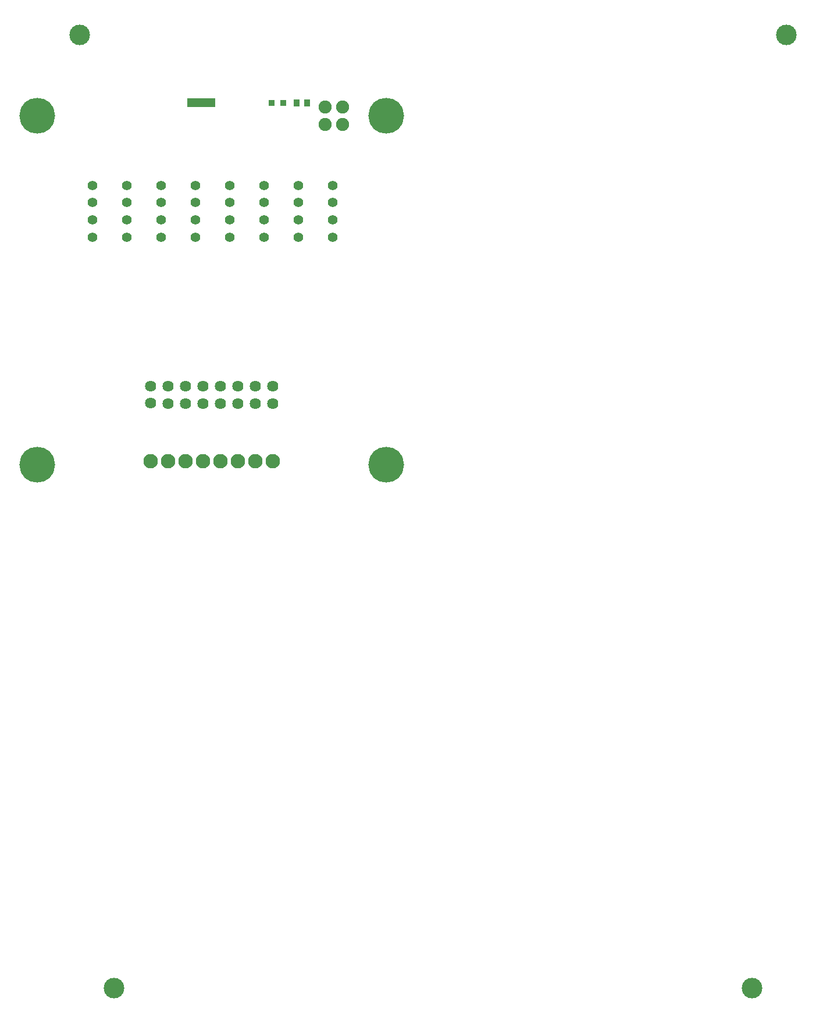
<source format=gts>
G04 Layer: TopSolderMaskLayer*
G04 Panelize: Stamp Hole, Column: 2, Row: 2, Board Size: 58.42mm x 58.42mm, Panelized Board Size: 122.84mm x 122.84mm*
G04 EasyEDA v6.5.34, 2023-08-03 19:43:33*
G04 740b3f77cd964f928969c304b1e17296,5a6b42c53f6a479593ecc07194224c93,10*
G04 Gerber Generator version 0.2*
G04 Scale: 100 percent, Rotated: No, Reflected: No *
G04 Dimensions in millimeters *
G04 leading zeros omitted , absolute positions ,4 integer and 5 decimal *
%FSLAX45Y45*%
%MOMM*%

%AMMACRO1*1,1,$1,$2,$3*1,1,$1,$4,$5*1,1,$1,0-$2,0-$3*1,1,$1,0-$4,0-$5*20,1,$1,$2,$3,$4,$5,0*20,1,$1,$4,$5,0-$2,0-$3,0*20,1,$1,0-$2,0-$3,0-$4,0-$5,0*20,1,$1,0-$4,0-$5,$2,$3,0*4,1,4,$2,$3,$4,$5,0-$2,0-$3,0-$4,0-$5,$2,$3,0*%
%ADD10MACRO1,0.1016X-0.4032X-0.432X-0.4032X0.432*%
%ADD11MACRO1,0.1016X0.4032X-0.432X0.4032X0.432*%
%ADD12MACRO1,0.1016X-0.4X-0.4X-0.4X0.4*%
%ADD13C,5.2032*%
%ADD14C,1.6256*%
%ADD15C,2.1016*%
%ADD16C,1.4016*%
%ADD17C,1.9016*%
%ADD18C,3.0000*%

%LPD*%
D10*
G01*
X4304424Y5651500D03*
D11*
G01*
X4153775Y5651500D03*
D12*
G01*
X3958589Y5651500D03*
G01*
X3788410Y5651500D03*
D13*
G01*
X381000Y5461000D03*
G01*
X5461000Y5461000D03*
G01*
X5461000Y381000D03*
G01*
X381000Y381000D03*
D14*
G01*
X3556000Y1270000D03*
G01*
X3556000Y1524000D03*
G01*
X2286000Y1270000D03*
G01*
X2286000Y1524000D03*
D15*
G01*
X3807206Y435406D03*
G01*
X3553206Y435406D03*
G01*
X3299206Y435406D03*
G01*
X3045206Y435406D03*
G01*
X2791206Y435406D03*
G01*
X2537206Y435406D03*
G01*
X2283206Y435406D03*
G01*
X2029206Y435406D03*
D14*
G01*
X2032000Y1282700D03*
G01*
X2032000Y1524000D03*
G01*
X2794000Y1524000D03*
G01*
X2794000Y1270000D03*
G01*
X2540000Y1524000D03*
G01*
X2540000Y1270000D03*
G01*
X3810000Y1270000D03*
G01*
X3810000Y1524000D03*
G01*
X3302000Y1524000D03*
G01*
X3302000Y1270000D03*
G01*
X3048000Y1524000D03*
G01*
X3048000Y1270000D03*
D16*
G01*
X4681093Y3695700D03*
G01*
X4681093Y3945712D03*
G01*
X4681093Y4195698D03*
G01*
X4681093Y4445711D03*
G01*
X4181093Y3695700D03*
G01*
X4181093Y4445711D03*
G01*
X4181093Y4195698D03*
G01*
X4181093Y3945712D03*
G01*
X3681095Y3945712D03*
G01*
X3681095Y4195698D03*
G01*
X3681095Y4445711D03*
G01*
X3681095Y3695700D03*
G01*
X3181095Y3945712D03*
G01*
X3181095Y4195698D03*
G01*
X3181095Y4445711D03*
G01*
X3181095Y3695700D03*
G01*
X2681097Y3945712D03*
G01*
X2681097Y4195698D03*
G01*
X2681097Y4445711D03*
G01*
X2681097Y3695700D03*
G01*
X2181097Y3945712D03*
G01*
X2181097Y4195698D03*
G01*
X2181097Y4445711D03*
G01*
X2181097Y3695700D03*
G01*
X1681098Y3945712D03*
G01*
X1681098Y4195698D03*
G01*
X1681098Y4445711D03*
G01*
X1681098Y3695700D03*
G01*
X1181100Y3945712D03*
G01*
X1181100Y4195698D03*
G01*
X1181100Y4445711D03*
G01*
X1181100Y3695700D03*
D17*
G01*
X4572000Y5588000D03*
G01*
X4572000Y5334000D03*
G01*
X4826000Y5334000D03*
G01*
X4826000Y5588000D03*
D18*
G01*
X999997Y6641998D03*
G01*
X11284000Y6641998D03*
G01*
X1499996Y-7241997D03*
G01*
X10784001Y-7241997D03*
G36*
X2565400Y5715000D02*
G01*
X2971800Y5715000D01*
X2971800Y5588000D01*
X2565400Y5588000D01*
G37*
M02*

</source>
